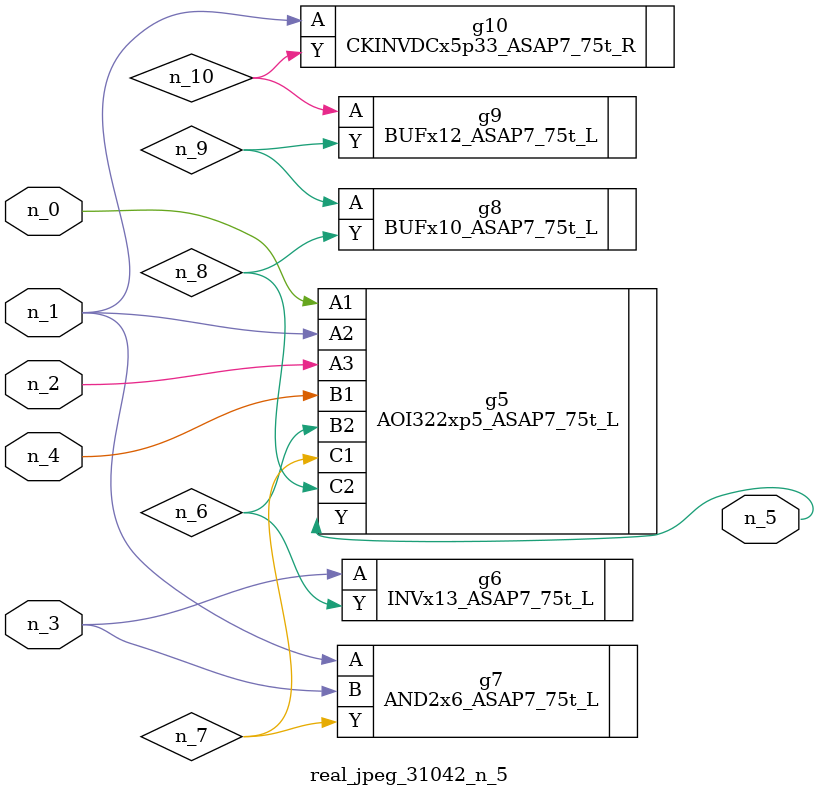
<source format=v>
module real_jpeg_31042_n_5 (n_4, n_0, n_1, n_2, n_3, n_5);

input n_4;
input n_0;
input n_1;
input n_2;
input n_3;

output n_5;

wire n_8;
wire n_6;
wire n_7;
wire n_10;
wire n_9;

AOI322xp5_ASAP7_75t_L g5 ( 
.A1(n_0),
.A2(n_1),
.A3(n_2),
.B1(n_4),
.B2(n_6),
.C1(n_7),
.C2(n_8),
.Y(n_5)
);

AND2x6_ASAP7_75t_L g7 ( 
.A(n_1),
.B(n_3),
.Y(n_7)
);

CKINVDCx5p33_ASAP7_75t_R g10 ( 
.A(n_1),
.Y(n_10)
);

INVx13_ASAP7_75t_L g6 ( 
.A(n_3),
.Y(n_6)
);

BUFx10_ASAP7_75t_L g8 ( 
.A(n_9),
.Y(n_8)
);

BUFx12_ASAP7_75t_L g9 ( 
.A(n_10),
.Y(n_9)
);


endmodule
</source>
